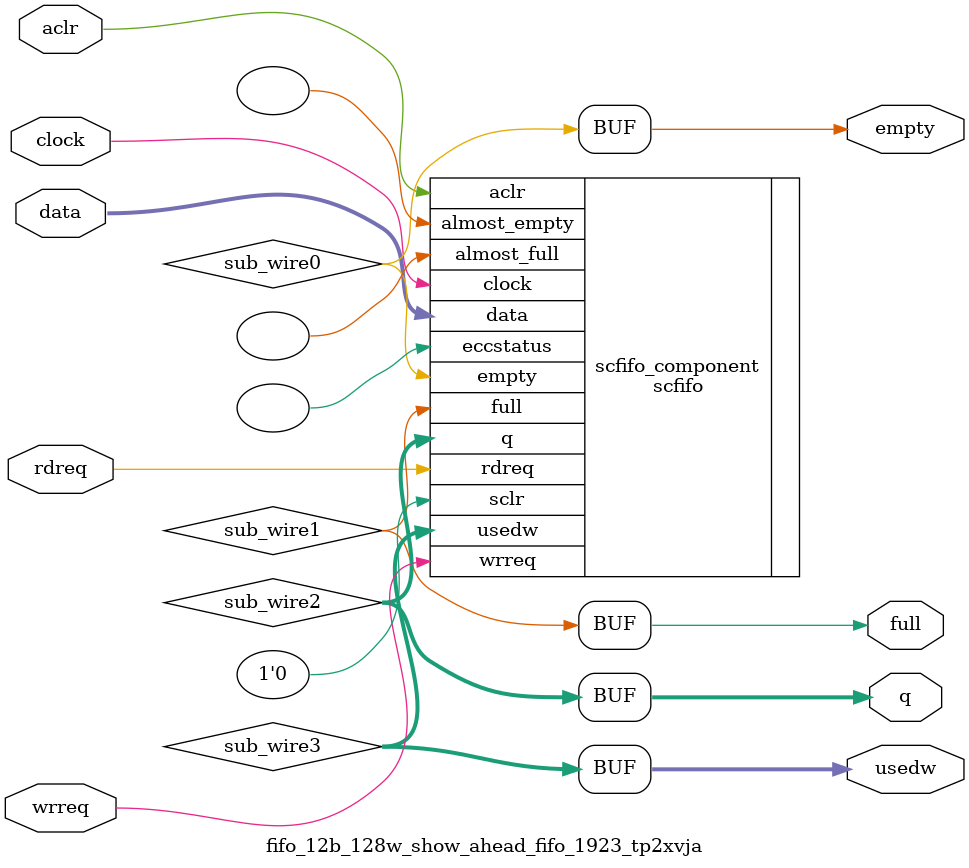
<source format=v>



`timescale 1 ps / 1 ps
// synopsys translate_on
module  fifo_12b_128w_show_ahead_fifo_1923_tp2xvja  (
    aclr,
    clock,
    data,
    rdreq,
    wrreq,
    empty,
    full,
    q,
    usedw);

    input    aclr;
    input    clock;
    input  [11:0]  data;
    input    rdreq;
    input    wrreq;
    output   empty;
    output   full;
    output [11:0]  q;
    output [6:0]  usedw;

    wire  sub_wire0;
    wire  sub_wire1;
    wire [11:0] sub_wire2;
    wire [6:0] sub_wire3;
    wire  empty = sub_wire0;
    wire  full = sub_wire1;
    wire [11:0] q = sub_wire2[11:0];
    wire [6:0] usedw = sub_wire3[6:0];

    scfifo  scfifo_component (
                .aclr (aclr),
                .clock (clock),
                .data (data),
                .rdreq (rdreq),
                .wrreq (wrreq),
                .empty (sub_wire0),
                .full (sub_wire1),
                .q (sub_wire2),
                .usedw (sub_wire3),
                .almost_empty (),
                .almost_full (),
                .eccstatus (),
                .sclr (1'b0));
    defparam
        scfifo_component.add_ram_output_register  = "OFF",
        scfifo_component.enable_ecc  = "FALSE",
        scfifo_component.intended_device_family  = "Agilex",
        scfifo_component.lpm_numwords  = 128,
        scfifo_component.lpm_showahead  = "ON",
        scfifo_component.lpm_type  = "scfifo",
        scfifo_component.lpm_width  = 12,
        scfifo_component.lpm_widthu  = 7,
        scfifo_component.overflow_checking  = "OFF",
        scfifo_component.underflow_checking  = "OFF",
        scfifo_component.use_eab  = "ON";


endmodule



</source>
